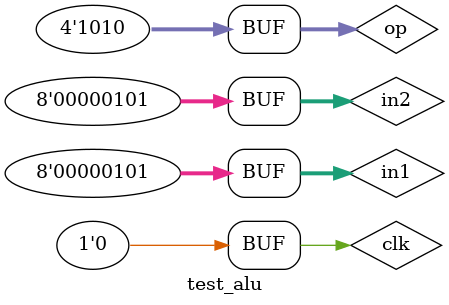
<source format=v>
module test_alu;
   parameter S = 4;
   parameter T1 = 8;
   parameter T2 = 1;
   
   reg clk;
   reg [3:0] op;
   reg [7:0] in1, in2;
   wire [7:0] out;

   integer    cpt;

   alu #(.S(S), .T1(T1), .T2(T2)) alu0(clk, op, in1, in2, out);

   initial
     begin
	$dumpfile("build/alu/alu/signal/signal_alu.vcd");
	$dumpvars;
	$display("\t\ttime, \top, \tin1, \tin2, \tout");
	$monitor("%d \t%d \t%d \t%d \t%d", $time, op, in1, in2, out);

	in1 = 5;
	in2 = 5;
	clk = 0;

	op = 0;
	#5;
	op = 1;
	#5;
	op = 5;
	#5;
	op = 7;
	#5;
	op = 8;
	#5;
//	op = 9;
	#5;
	op = 10;
	#5;
//	op = 11;
//	#5;
//	op = 12;
//	#5;
//	op = 13;
//	#5;
end // initial begin

endmodule // test_alu

</source>
